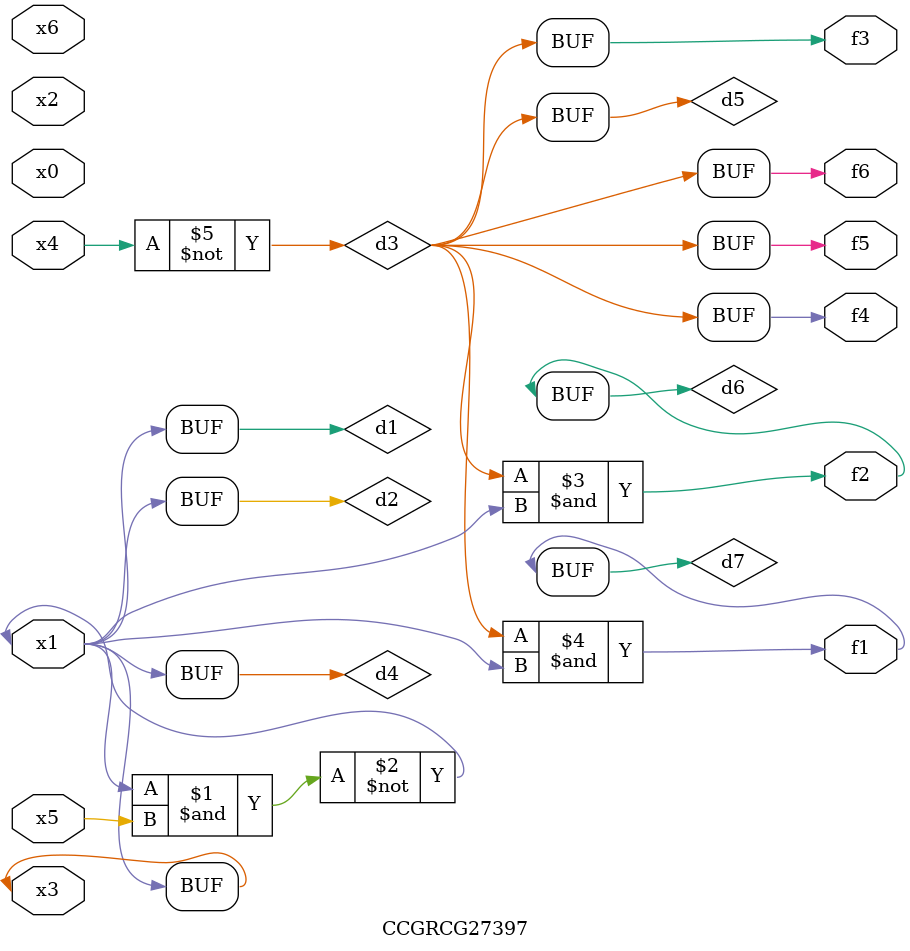
<source format=v>
module CCGRCG27397(
	input x0, x1, x2, x3, x4, x5, x6,
	output f1, f2, f3, f4, f5, f6
);

	wire d1, d2, d3, d4, d5, d6, d7;

	buf (d1, x1, x3);
	nand (d2, x1, x5);
	not (d3, x4);
	buf (d4, d1, d2);
	buf (d5, d3);
	and (d6, d3, d4);
	and (d7, d3, d4);
	assign f1 = d7;
	assign f2 = d6;
	assign f3 = d5;
	assign f4 = d5;
	assign f5 = d5;
	assign f6 = d5;
endmodule

</source>
